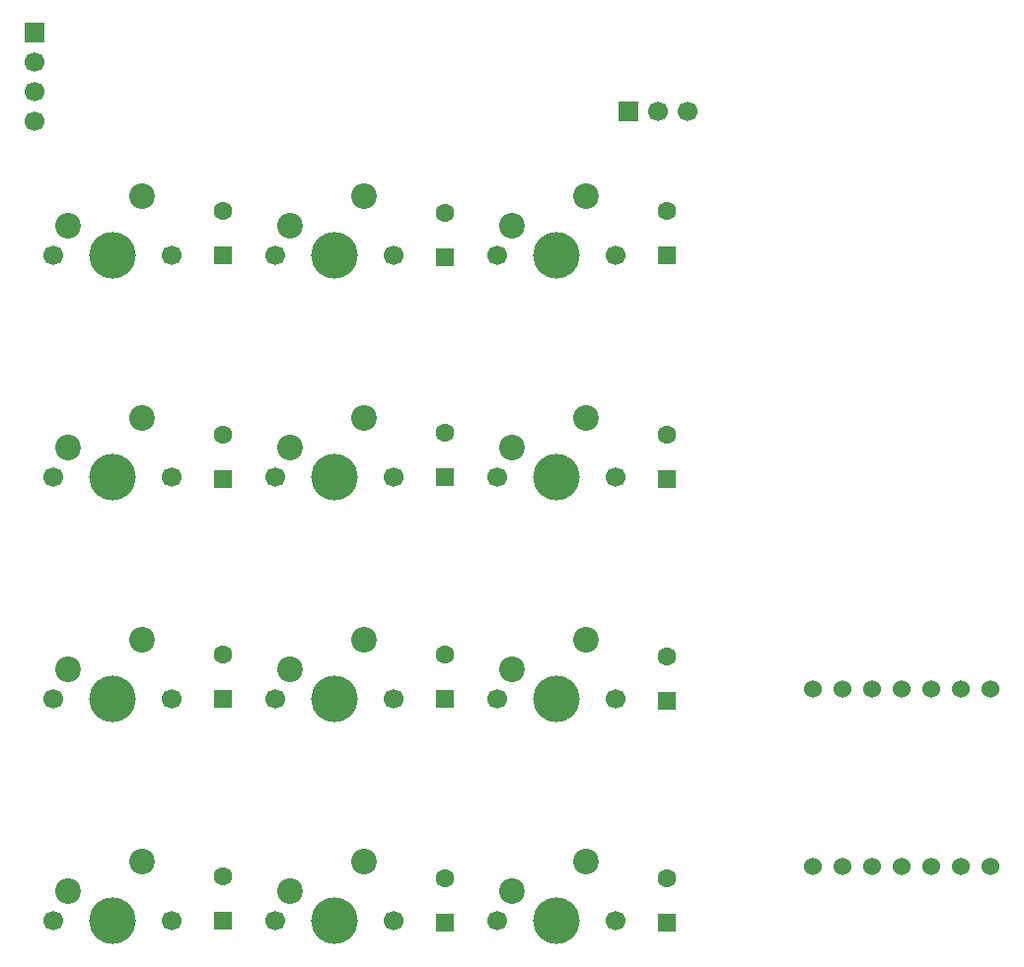
<source format=gbr>
%TF.GenerationSoftware,KiCad,Pcbnew,9.0.2*%
%TF.CreationDate,2025-07-31T17:55:32-05:00*%
%TF.ProjectId,highway,68696768-7761-4792-9e6b-696361645f70,rev?*%
%TF.SameCoordinates,Original*%
%TF.FileFunction,Soldermask,Bot*%
%TF.FilePolarity,Negative*%
%FSLAX46Y46*%
G04 Gerber Fmt 4.6, Leading zero omitted, Abs format (unit mm)*
G04 Created by KiCad (PCBNEW 9.0.2) date 2025-07-31 17:55:32*
%MOMM*%
%LPD*%
G01*
G04 APERTURE LIST*
G04 Aperture macros list*
%AMRoundRect*
0 Rectangle with rounded corners*
0 $1 Rounding radius*
0 $2 $3 $4 $5 $6 $7 $8 $9 X,Y pos of 4 corners*
0 Add a 4 corners polygon primitive as box body*
4,1,4,$2,$3,$4,$5,$6,$7,$8,$9,$2,$3,0*
0 Add four circle primitives for the rounded corners*
1,1,$1+$1,$2,$3*
1,1,$1+$1,$4,$5*
1,1,$1+$1,$6,$7*
1,1,$1+$1,$8,$9*
0 Add four rect primitives between the rounded corners*
20,1,$1+$1,$2,$3,$4,$5,0*
20,1,$1+$1,$4,$5,$6,$7,0*
20,1,$1+$1,$6,$7,$8,$9,0*
20,1,$1+$1,$8,$9,$2,$3,0*%
G04 Aperture macros list end*
%ADD10C,1.700000*%
%ADD11C,4.000000*%
%ADD12C,2.200000*%
%ADD13R,1.700000X1.700000*%
%ADD14C,1.524000*%
%ADD15RoundRect,0.250000X0.550000X-0.550000X0.550000X0.550000X-0.550000X0.550000X-0.550000X-0.550000X0*%
%ADD16C,1.600000*%
G04 APERTURE END LIST*
D10*
%TO.C,SW5*%
X104457500Y-57150000D03*
D11*
X109537500Y-57150000D03*
D10*
X114617500Y-57150000D03*
D12*
X112077500Y-52070000D03*
X105727500Y-54610000D03*
%TD*%
D10*
%TO.C,SW12*%
X123507500Y-95250000D03*
D11*
X128587500Y-95250000D03*
D10*
X133667500Y-95250000D03*
D12*
X131127500Y-90170000D03*
X124777500Y-92710000D03*
%TD*%
D13*
%TO.C,motion1*%
X134820000Y-25700000D03*
D10*
X137360000Y-25700000D03*
X139900000Y-25700000D03*
%TD*%
%TO.C,SW10*%
X85407500Y-95250000D03*
D11*
X90487500Y-95250000D03*
D10*
X95567500Y-95250000D03*
D12*
X93027500Y-90170000D03*
X86677500Y-92710000D03*
%TD*%
D10*
%TO.C,SW6*%
X123507500Y-57150000D03*
D11*
X128587500Y-57150000D03*
D10*
X133667500Y-57150000D03*
D12*
X131127500Y-52070000D03*
X124777500Y-54610000D03*
%TD*%
D10*
%TO.C,SW2*%
X104457500Y-38100000D03*
D11*
X109537500Y-38100000D03*
D10*
X114617500Y-38100000D03*
D12*
X112077500Y-33020000D03*
X105727500Y-35560000D03*
%TD*%
D10*
%TO.C,SW4*%
X85407500Y-57150000D03*
D11*
X90487500Y-57150000D03*
D10*
X95567500Y-57150000D03*
D12*
X93027500Y-52070000D03*
X86677500Y-54610000D03*
%TD*%
D10*
%TO.C,SW9*%
X123507500Y-76200000D03*
D11*
X128587500Y-76200000D03*
D10*
X133667500Y-76200000D03*
D12*
X131127500Y-71120000D03*
X124777500Y-73660000D03*
%TD*%
D10*
%TO.C,SW1*%
X85407500Y-38100000D03*
D11*
X90487500Y-38100000D03*
D10*
X95567500Y-38100000D03*
D12*
X93027500Y-33020000D03*
X86677500Y-35560000D03*
%TD*%
D10*
%TO.C,SW7*%
X85407500Y-76200000D03*
D11*
X90487500Y-76200000D03*
D10*
X95567500Y-76200000D03*
D12*
X93027500Y-71120000D03*
X86677500Y-73660000D03*
%TD*%
D10*
%TO.C,SW3*%
X123507500Y-38100000D03*
D11*
X128587500Y-38100000D03*
D10*
X133667500Y-38100000D03*
D12*
X131127500Y-33020000D03*
X124777500Y-35560000D03*
%TD*%
D10*
%TO.C,SW8*%
X104457500Y-76200000D03*
D11*
X109537500Y-76200000D03*
D10*
X114617500Y-76200000D03*
D12*
X112077500Y-71120000D03*
X105727500Y-73660000D03*
%TD*%
D14*
%TO.C,U1*%
X165901500Y-75380000D03*
X163361500Y-75380000D03*
X160821500Y-75380000D03*
X158281500Y-75380000D03*
X155741500Y-75380000D03*
X153201500Y-75380000D03*
X150661500Y-75380000D03*
X150661500Y-90620000D03*
X153201500Y-90620000D03*
X155741500Y-90620000D03*
X158281500Y-90620000D03*
X160821500Y-90620000D03*
X163361500Y-90620000D03*
X165901500Y-90620000D03*
%TD*%
D10*
%TO.C,SW11*%
X104457500Y-95250000D03*
D11*
X109537500Y-95250000D03*
D10*
X114617500Y-95250000D03*
D12*
X112077500Y-90170000D03*
X105727500Y-92710000D03*
%TD*%
D13*
%TO.C,OLED1*%
X83800000Y-18990000D03*
D10*
X83800000Y-21530000D03*
X83800000Y-24070000D03*
X83800000Y-26610000D03*
%TD*%
D15*
%TO.C,D8*%
X119062500Y-76200000D03*
D16*
X119062500Y-72390000D03*
%TD*%
D15*
%TO.C,D3*%
X138112500Y-38100000D03*
D16*
X138112500Y-34290000D03*
%TD*%
D15*
%TO.C,D1*%
X100012500Y-38100000D03*
D16*
X100012500Y-34290000D03*
%TD*%
D15*
%TO.C,D6*%
X138112500Y-57308750D03*
D16*
X138112500Y-53498750D03*
%TD*%
D15*
%TO.C,D4*%
X100012500Y-57308750D03*
D16*
X100012500Y-53498750D03*
%TD*%
D15*
%TO.C,D2*%
X119062500Y-38258750D03*
D16*
X119062500Y-34448750D03*
%TD*%
D15*
%TO.C,D7*%
X100012500Y-76200000D03*
D16*
X100012500Y-72390000D03*
%TD*%
D15*
%TO.C,D10*%
X100012500Y-95250000D03*
D16*
X100012500Y-91440000D03*
%TD*%
D15*
%TO.C,D12*%
X138112500Y-95408750D03*
D16*
X138112500Y-91598750D03*
%TD*%
D15*
%TO.C,D5*%
X119062500Y-57150000D03*
D16*
X119062500Y-53340000D03*
%TD*%
D15*
%TO.C,D11*%
X119062500Y-95408750D03*
D16*
X119062500Y-91598750D03*
%TD*%
D15*
%TO.C,D9*%
X138112500Y-76358750D03*
D16*
X138112500Y-72548750D03*
%TD*%
M02*

</source>
